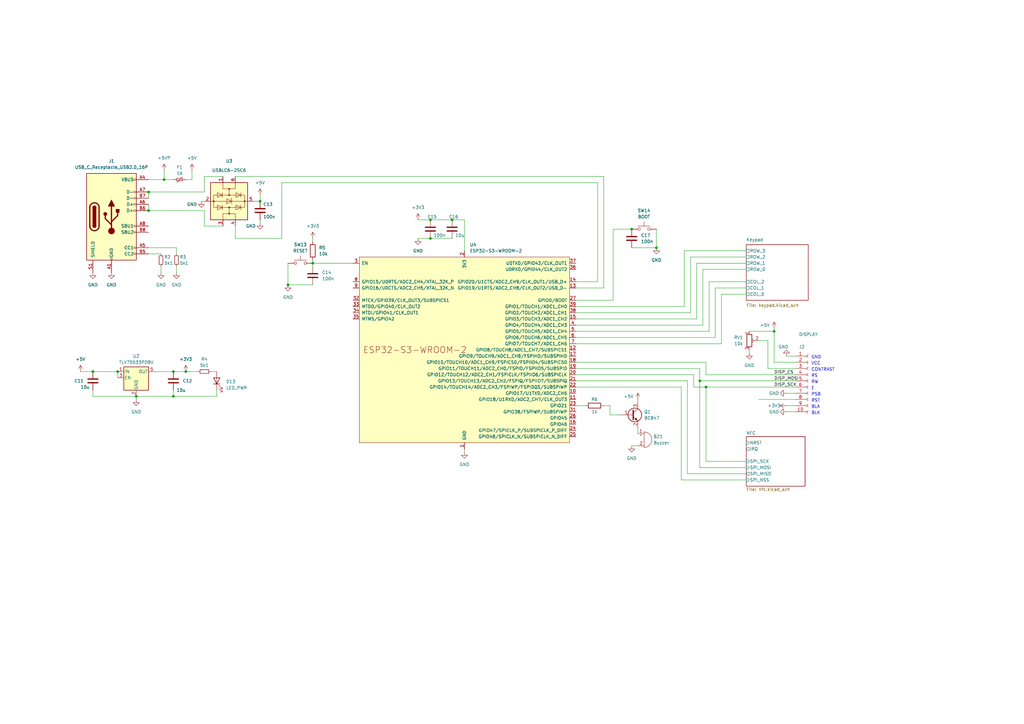
<source format=kicad_sch>
(kicad_sch (version 20230121) (generator eeschema)
  (paper "A3")
  (title_block (title "PortaKred root") (rev "0.1"))
  (lib_symbols
    (symbol "Connector:Conn_01x10_Socket" (pin_names (offset 1.016) hide)
      (property "Reference" "J" (at 0 12.7 0))
      (property "Value" "Conn_01x10_Socket" (at 0 -15.24 0))
      (symbol "Conn_01x10_Socket_1_1"
        (arc (start 0 -12.192) (mid -0.5058 -12.7) (end 0 -13.208) (stroke (width 0.1524)))
        (arc (start 0 -9.652) (mid -0.5058 -10.16) (end 0 -10.668) (stroke (width 0.1524)))
        (arc (start 0 -7.112) (mid -0.5058 -7.62) (end 0 -8.128) (stroke (width 0.1524)))
        (arc (start 0 -4.572) (mid -0.5058 -5.08) (end 0 -5.588) (stroke (width 0.1524)))
        (arc (start 0 -2.032) (mid -0.5058 -2.54) (end 0 -3.048) (stroke (width 0.1524)))
        (polyline (pts (xy -1.27 -12.7) (xy -0.508 -12.7)) (stroke (width 0.1524)))
        (polyline (pts (xy -1.27 -10.16) (xy -0.508 -10.16)) (stroke (width 0.1524)))
        (polyline (pts (xy -1.27 -7.62) (xy -0.508 -7.62)) (stroke (width 0.1524)))
        (polyline (pts (xy -1.27 -5.08) (xy -0.508 -5.08)) (stroke (width 0.1524)))
        (polyline (pts (xy -1.27 -2.54) (xy -0.508 -2.54)) (stroke (width 0.1524)))
        (polyline (pts (xy -1.27 0) (xy -0.508 0)) (stroke (width 0.1524)))
        (polyline (pts (xy -1.27 2.54) (xy -0.508 2.54)) (stroke (width 0.1524)))
        (polyline (pts (xy -1.27 5.08) (xy -0.508 5.08)) (stroke (width 0.1524)))
        (polyline (pts (xy -1.27 7.62) (xy -0.508 7.62)) (stroke (width 0.1524)))
        (polyline (pts (xy -1.27 10.16) (xy -0.508 10.16)) (stroke (width 0.1524)))
        (arc (start 0 0.508) (mid -0.5058 0) (end 0 -0.508) (stroke (width 0.1524)))
        (arc (start 0 3.048) (mid -0.5058 2.54) (end 0 2.032) (stroke (width 0.1524)))
        (arc (start 0 5.588) (mid -0.5058 5.08) (end 0 4.572) (stroke (width 0.1524)))
        (arc (start 0 8.128) (mid -0.5058 7.62) (end 0 7.112) (stroke (width 0.1524)))
        (arc (start 0 10.668) (mid -0.5058 10.16) (end 0 9.652) (stroke (width 0.1524)))
        (pin passive line (at -5.08 10.16 0) (length 3.81) (name "Pin_1") (number "1"))
        (pin passive line (at -5.08 -12.7 0) (length 3.81) (name "Pin_10") (number "10"))
        (pin passive line (at -5.08 7.62 0) (length 3.81) (name "Pin_2") (number "2"))
        (pin passive line (at -5.08 5.08 0) (length 3.81) (name "Pin_3") (number "3"))
        (pin passive line (at -5.08 2.54 0) (length 3.81) (name "Pin_4") (number "4"))
        (pin passive line (at -5.08 0 0) (length 3.81) (name "Pin_5") (number "5"))
        (pin passive line (at -5.08 -2.54 0) (length 3.81) (name "Pin_6") (number "6"))
        (pin passive line (at -5.08 -5.08 0) (length 3.81) (name "Pin_7") (number "7"))
        (pin passive line (at -5.08 -7.62 0) (length 3.81) (name "Pin_8") (number "8"))
        (pin passive line (at -5.08 -10.16 0) (length 3.81) (name "Pin_9") (number "9"))
      )
    )
    (symbol "Connector:USB_C_Receptacle_USB2.0_16P" (pin_names (offset 1.016))
      (property "Reference" "J1" (at 0 22.86 0))
      (property "Value" "USB_C_Receptacle_USB2.0_16P" (at 0 20.32 0))
      (symbol "USB_C_Receptacle_USB2.0_16P_0_0"
        (rectangle (start -0.254 -17.78) (end 0.254 -16.764))
        (rectangle (start 10.16 -14.986) (end 9.144 -15.494))
        (rectangle (start 10.16 -12.446) (end 9.144 -12.954))
        (rectangle (start 10.16 -6.096) (end 9.144 -6.604))
        (rectangle (start 10.16 -3.556) (end 9.144 -4.064))
        (rectangle (start 10.16 2.794) (end 9.144 2.286))
        (rectangle (start 10.16 5.334) (end 9.144 4.826))
        (rectangle (start 10.16 7.874) (end 9.144 7.366))
        (rectangle (start 10.16 10.414) (end 9.144 9.906))
        (rectangle (start 10.16 15.494) (end 9.144 14.986))
      )
      (symbol "USB_C_Receptacle_USB2.0_16P_0_1"
        (rectangle (start -10.16 17.78) (end 10.16 -17.78) (stroke (width 0.254)) (fill (type background)))
        (arc (start -8.89 -3.81) (mid -6.985 -5.7067) (end -5.08 -3.81) (stroke (width 0.508)))
        (arc (start -7.62 -3.81) (mid -6.985 -4.4423) (end -6.35 -3.81) (stroke (width 0.254)))
        (arc (start -7.62 -3.81) (mid -6.985 -4.4423) (end -6.35 -3.81) (stroke (width 0.254)) (fill (type outline)))
        (rectangle (start -7.62 -3.81) (end -6.35 3.81) (stroke (width 0.254)) (fill (type outline)))
        (arc (start -6.35 3.81) (mid -6.985 4.4423) (end -7.62 3.81) (stroke (width 0.254)))
        (arc (start -6.35 3.81) (mid -6.985 4.4423) (end -7.62 3.81) (stroke (width 0.254)) (fill (type outline)))
        (arc (start -5.08 3.81) (mid -6.985 5.7067) (end -8.89 3.81) (stroke (width 0.508)))
        (circle (center -2.54 1.143) (radius 0.635) (stroke (width 0.254)) (fill (type outline)))
        (circle (center 0 -5.842) (radius 1.27) (fill (type outline)))
        (polyline (pts (xy -8.89 -3.81) (xy -8.89 3.81)) (stroke (width 0.508)))
        (polyline (pts (xy -5.08 3.81) (xy -5.08 -3.81)) (stroke (width 0.508)))
        (polyline (pts (xy 0 -5.842) (xy 0 4.318)) (stroke (width 0.508)))
        (polyline (pts (xy 0 -3.302) (xy -2.54 -0.762) (xy -2.54 0.508)) (stroke (width 0.508)))
        (polyline (pts (xy 0 -2.032) (xy 2.54 0.508) (xy 2.54 1.778)) (stroke (width 0.508)))
        (polyline (pts (xy -1.27 4.318) (xy 0 6.858) (xy 1.27 4.318) (xy -1.27 4.318)) (stroke (width 0.254)) (fill (type outline)))
        (rectangle (start 1.905 1.778) (end 3.175 3.048) (stroke (width 0.254)) (fill (type outline)))
      )
      (symbol "USB_C_Receptacle_USB2.0_16P_1_1"
        (pin passive line (at 0 -22.86 90) (length 5.08) (name "GND") (number "A1"))
        (pin passive line (at 0 -22.86 90) (length 5.08) hide (name "GND") (number "A12"))
        (pin passive line (at 15.24 15.24 180) (length 5.08) (name "VBUS") (number "A4"))
        (pin bidirectional line (at 15.24 -12.7 180) (length 5.08) (name "CC1") (number "A5"))
        (pin bidirectional line (at 15.24 5.08 180) (length 5.08) (name "D+") (number "A6"))
        (pin bidirectional line (at 15.24 10.16 180) (length 5.08) (name "D-") (number "A7"))
        (pin bidirectional line (at 15.24 -3.81 180) (length 5.08) (name "SBU1") (number "A8"))
        (pin passive line (at 15.24 15.24 180) (length 5.08) hide (name "VBUS") (number "A9"))
        (pin passive line (at 0 -22.86 90) (length 5.08) hide (name "GND") (number "B1"))
        (pin passive line (at 0 -22.86 90) (length 5.08) hide (name "GND") (number "B12"))
        (pin passive line (at 15.24 15.24 180) (length 5.08) hide (name "VBUS") (number "B4"))
        (pin bidirectional line (at 15.24 -15.24 180) (length 5.08) (name "CC2") (number "B5"))
        (pin bidirectional line (at 15.24 2.54 180) (length 5.08) (name "D+") (number "B6"))
        (pin bidirectional line (at 15.24 7.62 180) (length 5.08) (name "D-") (number "B7"))
        (pin bidirectional line (at 15.24 -6.35 180) (length 5.08) (name "SBU2") (number "B8"))
        (pin passive line (at 15.24 15.24 180) (length 5.08) hide (name "VBUS") (number "B9"))
        (pin passive line (at -7.62 -22.86 90) (length 5.08) (name "SHIELD") (number "S1"))
      )
    )
    (symbol "Device:Buzzer" (pin_names (offset 0.0254) hide)
      (property "Reference" "BZ" (at 3.81 1.27 0))
      (property "Value" "Buzzer" (at 3.81 -1.27 0))
      (symbol "Buzzer_0_1"
        (arc (start 0 -3.175) (mid 3.1612 0) (end 0 3.175))
        (polyline (pts (xy -1.651 1.905) (xy -1.143 1.905)))
        (polyline (pts (xy -1.397 2.159) (xy -1.397 1.651)))
        (polyline (pts (xy 0 3.175) (xy 0 -3.175)))
      )
      (symbol "Buzzer_1_1"
        (pin passive line (at -2.54 2.54 0) (length 2.54) (name "+") (number "1"))
        (pin passive line (at -2.54 -2.54 0) (length 2.54) (name "-") (number "2"))
      )
    )
    (symbol "Device:C" (pin_numbers hide) (pin_names (offset 0.254))
      (property "Reference" "C" (at 0.635 2.54 0))
      (property "Value" "C" (at 0.635 -2.54 0))
      (symbol "C_0_1"
        (polyline (pts (xy -2.032 -0.762) (xy 2.032 -0.762)) (stroke (width 0.508)))
        (polyline (pts (xy -2.032 0.762) (xy 2.032 0.762)) (stroke (width 0.508)))
      )
      (symbol "C_1_1"
        (pin passive line (at 0 3.81 270) (length 2.794) (name "~") (number "1"))
        (pin passive line (at 0 -3.81 90) (length 2.794) (name "~") (number "2"))
      )
    )
    (symbol "Device:LED" (pin_numbers hide) (pin_names (offset 1.016) hide)
      (property "Reference" "D" (at 0 2.54 0))
      (property "Value" "LED" (at 0 -2.54 0))
      (symbol "LED_0_1"
        (polyline (pts (xy -1.27 -1.27) (xy -1.27 1.27)) (stroke (width 0.254)))
        (polyline (pts (xy -1.27 0) (xy 1.27 0)))
        (polyline (pts (xy 1.27 -1.27) (xy 1.27 1.27) (xy -1.27 0) (xy 1.27 -1.27)) (stroke (width 0.254)))
        (polyline (pts (xy -3.048 -0.762) (xy -4.572 -2.286) (xy -3.81 -2.286) (xy -4.572 -2.286) (xy -4.572 -1.524)))
        (polyline (pts (xy -1.778 -0.762) (xy -3.302 -2.286) (xy -2.54 -2.286) (xy -3.302 -2.286) (xy -3.302 -1.524)))
      )
      (symbol "LED_1_1"
        (pin passive line (at -3.81 0 0) (length 2.54) (name "K") (number "1"))
        (pin passive line (at 3.81 0 180) (length 2.54) (name "A") (number "2"))
      )
    )
    (symbol "Device:Polyfuse_Small" (pin_numbers hide) (pin_names (offset 0))
      (property "Reference" "F" (at -1.905 0 90))
      (property "Value" "Polyfuse_Small" (at 1.905 0 90))
      (symbol "Polyfuse_Small_0_1"
        (rectangle (start -0.508 1.27) (end 0.508 -1.27))
        (polyline (pts (xy 0 2.54) (xy 0 -2.54)))
        (polyline (pts (xy -1.016 1.27) (xy -1.016 0.762) (xy 1.016 -0.762) (xy 1.016 -1.27)))
      )
      (symbol "Polyfuse_Small_1_1"
        (pin passive line (at 0 2.54 270) (length 0.635) (name "~") (number "1"))
        (pin passive line (at 0 -2.54 90) (length 0.635) (name "~") (number "2"))
      )
    )
    (symbol "Device:R" (pin_numbers hide) (pin_names (offset 0))
      (property "Reference" "R" (at 2.032 0 90))
      (property "Value" "R" (at 0 0 90))
      (symbol "R_0_1"
        (rectangle (start -1.016 -2.54) (end 1.016 2.54) (stroke (width 0.254)))
      )
      (symbol "R_1_1"
        (pin passive line (at 0 3.81 270) (length 1.27) (name "~") (number "1"))
        (pin passive line (at 0 -3.81 90) (length 1.27) (name "~") (number "2"))
      )
    )
    (symbol "Device:R_Potentiometer_Trim" (pin_names (offset 1.016) hide)
      (property "Reference" "RV" (at -4.445 0 90))
      (property "Value" "R_Potentiometer_Trim" (at -2.54 0 90))
      (symbol "R_Potentiometer_Trim_0_1"
        (polyline (pts (xy 1.524 0.762) (xy 1.524 -0.762)))
        (polyline (pts (xy 2.54 0) (xy 1.524 0)))
        (rectangle (start 1.016 2.54) (end -1.016 -2.54) (stroke (width 0.254)))
      )
      (symbol "R_Potentiometer_Trim_1_1"
        (pin passive line (at 0 3.81 270) (length 1.27) (name "1") (number "1"))
        (pin passive line (at 3.81 0 180) (length 1.27) (name "2") (number "2"))
        (pin passive line (at 0 -3.81 90) (length 1.27) (name "3") (number "3"))
      )
    )
    (symbol "Device:R_Small" (pin_numbers hide) (pin_names (offset 0.254) hide)
      (property "Reference" "R" (at 0.762 0.508 0))
      (property "Value" "R_Small" (at 0.762 -1.016 0))
      (symbol "R_Small_0_1"
        (rectangle (start -0.762 1.778) (end 0.762 -1.778) (stroke (width 0.2032)))
      )
      (symbol "R_Small_1_1"
        (pin passive line (at 0 2.54 270) (length 0.762) (name "~") (number "1"))
        (pin passive line (at 0 -2.54 90) (length 0.762) (name "~") (number "2"))
      )
    )
    (symbol "PCM_Espressif:ESP32-S3-WROOM-2" (pin_names (offset 1.016))
      (property "Reference" "U" (at -43.18 43.18 0))
      (property "Value" "ESP32-S3-WROOM-2" (at -43.18 40.64 0))
      (symbol "ESP32-S3-WROOM-2_0_0"
        (text "ESP32-S3-WROOM-2" (at -20.32 0 0) (effects (font (size 2.54 2.54))))
        (pin power_in line (at 0 -40.64 90) (length 2.54) (name "GND") (number "1"))
        (pin bidirectional line (at 45.72 -17.78 180) (length 2.54) (name "GPIO17/U1TXD/ADC2_CH6") (number "10"))
        (pin bidirectional line (at 45.72 -20.32 180) (length 2.54) (name "GPIO18/U1RXD/ADC2_CH7/CLK_OUT3") (number "11"))
        (pin bidirectional line (at 45.72 0 180) (length 2.54) (name "GPIO8/TOUCH8/ADC1_CH7/SUBSPICS1") (number "12"))
        (pin bidirectional line (at 45.72 25.4 180) (length 2.54) (name "GPIO19/U1RTS/ADC2_CH8/CLK_OUT2/USB_D-") (number "13"))
        (pin bidirectional line (at 45.72 27.94 180) (length 2.54) (name "GPIO20/U1CTS/ADC2_CH9/CLK_OUT1/USB_D+") (number "14"))
        (pin bidirectional line (at 45.72 12.7 180) (length 2.54) (name "GPIO3/TOUCH3/ADC1_CH2") (number "15"))
        (pin bidirectional line (at 45.72 -30.48 180) (length 2.54) (name "GPIO46") (number "16"))
        (pin bidirectional line (at 45.72 -2.54 180) (length 2.54) (name "GPIO9/TOUCH9/ADC1_CH8/FSPIHD/SUBSPIHD") (number "17"))
        (pin bidirectional line (at 45.72 -5.08 180) (length 2.54) (name "GPIO10/TOUCH10/ADC1_CH9/FSPICS0/FSPIIO4/SUBSPICS0") (number "18"))
        (pin bidirectional line (at 45.72 -7.62 180) (length 2.54) (name "GPIO11/TOUCH11/ADC2_CH0/FSPID/FSPIIO5/SUBSPID") (number "19"))
        (pin power_in line (at 0 40.64 270) (length 2.54) (name "3V3") (number "2"))
        (pin bidirectional line (at 45.72 -10.16 180) (length 2.54) (name "GPIO12/TOUCH12/ADC2_CH1/FSPICLK/FSPIIO6/SUBSPICLK") (number "20"))
        (pin bidirectional line (at 45.72 -12.7 180) (length 2.54) (name "GPIO13/TOUCH13/ADC2_CH2/FSPIQ/FSPIIO7/SUBSPIQ") (number "21"))
        (pin bidirectional line (at 45.72 -15.24 180) (length 2.54) (name "GPIO14/TOUCH14/ADC2_CH3/FSPIWP/FSPIDQS/SUBSPIWP") (number "22"))
        (pin bidirectional line (at 45.72 -22.86 180) (length 2.54) (name "GPIO21") (number "23"))
        (pin bidirectional line (at 45.72 -33.02 180) (length 2.54) (name "GPIO47/SPICLK_P/SUBSPICLK_P_DIFF") (number "24"))
        (pin bidirectional line (at 45.72 -35.56 180) (length 2.54) (name "GPIO48/SPICLK_N/SUBSPICLK_N_DIFF") (number "25"))
        (pin bidirectional line (at 45.72 -27.94 180) (length 2.54) (name "GPIO45") (number "26"))
        (pin bidirectional line (at 45.72 20.32 180) (length 2.54) (name "GPIO0/BOOT") (number "27"))
        (pin no_connect line (at -43.18 -35.56 0) (length 2.54) hide (name "NC") (number "28"))
        (pin no_connect line (at -43.18 -33.02 0) (length 2.54) hide (name "NC") (number "29"))
        (pin input line (at -45.72 35.56 0) (length 2.54) (name "EN") (number "3"))
        (pin no_connect line (at -43.18 -30.48 0) (length 2.54) hide (name "NC") (number "30"))
        (pin bidirectional line (at 45.72 -25.4 180) (length 2.54) (name "GPIO38/FSPIWP/SUBSPIWP") (number "31"))
        (pin bidirectional line (at -45.72 20.32 0) (length 2.54) (name "MTCK/GPIO39/CLK_OUT3/SUBSPICS1") (number "32"))
        (pin bidirectional line (at -45.72 17.78 0) (length 2.54) (name "MTDO/GPIO40/CLK_OUT2") (number "33"))
        (pin bidirectional line (at -45.72 15.24 0) (length 2.54) (name "MTDI/GPIO41/CLK_OUT1") (number "34"))
        (pin bidirectional line (at -45.72 12.7 0) (length 2.54) (name "MTMS/GPIO42") (number "35"))
        (pin bidirectional line (at 45.72 33.02 180) (length 2.54) (name "U0RXD/GPIO44/CLK_OUT2") (number "36"))
        (pin bidirectional line (at 45.72 35.56 180) (length 2.54) (name "U0TXD/GPIO43/CLK_OUT1") (number "37"))
        (pin bidirectional line (at 45.72 15.24 180) (length 2.54) (name "GPIO2/TOUCH2/ADC1_CH1") (number "38"))
        (pin bidirectional line (at 45.72 17.78 180) (length 2.54) (name "GPIO1/TOUCH1/ADC1_CH0") (number "39"))
        (pin bidirectional line (at 45.72 10.16 180) (length 2.54) (name "GPIO4/TOUCH4/ADC1_CH3") (number "4"))
        (pin passive line (at 0 -40.64 90) (length 2.54) hide (name "GND") (number "40"))
        (pin passive line (at 0 -40.64 90) (length 2.54) hide (name "GND") (number "41"))
        (pin bidirectional line (at 45.72 7.62 180) (length 2.54) (name "GPIO5/TOUCH5/ADC1_CH4") (number "5"))
        (pin bidirectional line (at 45.72 5.08 180) (length 2.54) (name "GPIO6/TOUCH6/ADC1_CH5") (number "6"))
        (pin bidirectional line (at 45.72 2.54 180) (length 2.54) (name "GPIO7/TOUCH7/ADC1_CH6") (number "7"))
        (pin bidirectional line (at -45.72 27.94 0) (length 2.54) (name "GPIO15/U0RTS/ADC2_CH4/XTAL_32K_P") (number "8"))
        (pin bidirectional line (at -45.72 25.4 0) (length 2.54) (name "GPIO16/U0CTS/ADC2_CH5/XTAL_32K_N") (number "9"))
      )
      (symbol "ESP32-S3-WROOM-2_0_1"
        (rectangle (start -43.18 38.1) (end 43.18 -38.1) (fill (type background)))
      )
    )
    (symbol "Power_Protection:USBLC6-2SC6" (pin_names hide)
      (property "Reference" "U" (at 2.54 8.89 0))
      (property "Value" "USBLC6-2SC6" (at 2.54 -8.89 0))
      (symbol "USBLC6-2SC6_0_1"
        (rectangle (start -7.62 -7.62) (end 7.62 7.62) (stroke (width 0.254)) (fill (type background)))
        (circle (center -5.08 0) (radius 0.254) (fill (type outline)))
        (circle (center -2.54 0) (radius 0.254) (fill (type outline)))
        (rectangle (start -2.54 6.35) (end 2.54 -6.35))
        (circle (center 0 -6.35) (radius 0.254) (fill (type outline)))
        (polyline (pts (xy -5.08 -2.54) (xy -7.62 -2.54)))
        (polyline (pts (xy -5.08 0) (xy -5.08 -2.54)))
        (polyline (pts (xy -5.08 2.54) (xy -7.62 2.54)))
        (polyline (pts (xy -1.524 -2.794) (xy -3.556 -2.794)))
        (polyline (pts (xy -1.524 4.826) (xy -3.556 4.826)))
        (polyline (pts (xy 0 -7.62) (xy 0 -6.35)))
        (polyline (pts (xy 0 -6.35) (xy 0 1.27)))
        (polyline (pts (xy 0 1.27) (xy 0 6.35)))
        (polyline (pts (xy 0 6.35) (xy 0 7.62)))
        (polyline (pts (xy 1.524 -2.794) (xy 3.556 -2.794)))
        (polyline (pts (xy 1.524 4.826) (xy 3.556 4.826)))
        (polyline (pts (xy 5.08 -2.54) (xy 7.62 -2.54)))
        (polyline (pts (xy 5.08 0) (xy 5.08 -2.54)))
        (polyline (pts (xy 5.08 2.54) (xy 7.62 2.54)))
        (polyline (pts (xy -2.54 0) (xy -5.08 0) (xy -5.08 2.54)))
        (polyline (pts (xy 2.54 0) (xy 5.08 0) (xy 5.08 2.54)))
        (polyline (pts (xy -3.556 -4.826) (xy -1.524 -4.826) (xy -2.54 -2.794) (xy -3.556 -4.826)))
        (polyline (pts (xy -3.556 2.794) (xy -1.524 2.794) (xy -2.54 4.826) (xy -3.556 2.794)))
        (polyline (pts (xy -1.016 -1.016) (xy 1.016 -1.016) (xy 0 1.016) (xy -1.016 -1.016)))
        (polyline (pts (xy 1.016 1.016) (xy 0.762 1.016) (xy -1.016 1.016) (xy -1.016 0.508)))
        (polyline (pts (xy 3.556 -4.826) (xy 1.524 -4.826) (xy 2.54 -2.794) (xy 3.556 -4.826)))
        (polyline (pts (xy 3.556 2.794) (xy 1.524 2.794) (xy 2.54 4.826) (xy 3.556 2.794)))
        (circle (center 0 6.35) (radius 0.254) (fill (type outline)))
        (circle (center 2.54 0) (radius 0.254) (fill (type outline)))
        (circle (center 5.08 0) (radius 0.254) (fill (type outline)))
      )
      (symbol "USBLC6-2SC6_1_1"
        (pin passive line (at -10.16 -2.54 0) (length 2.54) (name "I/O1") (number "1"))
        (pin passive line (at 0 -10.16 90) (length 2.54) (name "GND") (number "2"))
        (pin passive line (at 10.16 -2.54 180) (length 2.54) (name "I/O2") (number "3"))
        (pin passive line (at 10.16 2.54 180) (length 2.54) (name "I/O2") (number "4"))
        (pin passive line (at 0 10.16 270) (length 2.54) (name "VBUS") (number "5"))
        (pin passive line (at -10.16 2.54 0) (length 2.54) (name "I/O1") (number "6"))
      )
    )
    (symbol "Regulator_Linear:TLV75533PDBV" (pin_names (offset 0.254))
      (property "Reference" "U" (at -3.81 5.715 0))
      (property "Value" "TLV75533PDBV" (at 0 5.715 0))
      (symbol "TLV75533PDBV_0_1"
        (rectangle (start -5.08 4.445) (end 5.08 -5.08) (stroke (width 0.254)) (fill (type background)))
      )
      (symbol "TLV75533PDBV_1_1"
        (pin power_in line (at -7.62 2.54 0) (length 2.54) (name "IN") (number "1"))
        (pin power_in line (at 0 -7.62 90) (length 2.54) (name "GND") (number "2"))
        (pin input line (at -7.62 0 0) (length 2.54) (name "EN") (number "3"))
        (pin no_connect line (at 5.08 0 180) (length 2.54) hide (name "NC") (number "4"))
        (pin power_out line (at 7.62 2.54 180) (length 2.54) (name "OUT") (number "5"))
      )
    )
    (symbol "Switch:SW_Push" (pin_numbers hide) (pin_names (offset 1.016) hide)
      (property "Reference" "SW" (at 1.27 2.54 0))
      (property "Value" "SW_Push" (at 0 -1.524 0))
      (symbol "SW_Push_0_1"
        (circle (center -2.032 0) (radius 0.508))
        (polyline (pts (xy 0 1.27) (xy 0 3.048)))
        (polyline (pts (xy 2.54 1.27) (xy -2.54 1.27)))
        (circle (center 2.032 0) (radius 0.508))
        (pin passive line (at -5.08 0 0) (length 2.54) (name "1") (number "1"))
        (pin passive line (at 5.08 0 180) (length 2.54) (name "2") (number "2"))
      )
    )
    (symbol "Transistor_BJT:BC847" (pin_names (offset 0) hide)
      (property "Reference" "Q" (at 5.08 1.905 0))
      (property "Value" "BC847" (at 5.08 0 0))
      (symbol "BC847_0_1"
        (polyline (pts (xy 0.635 0.635) (xy 2.54 2.54)))
        (polyline (pts (xy 0.635 -0.635) (xy 2.54 -2.54) (xy 2.54 -2.54)))
        (polyline (pts (xy 0.635 1.905) (xy 0.635 -1.905) (xy 0.635 -1.905)) (stroke (width 0.508)))
        (polyline (pts (xy 1.27 -1.778) (xy 1.778 -1.27) (xy 2.286 -2.286) (xy 1.27 -1.778) (xy 1.27 -1.778)) (fill (type outline)))
        (circle (center 1.27 0) (radius 2.8194) (stroke (width 0.254)))
      )
      (symbol "BC847_1_1"
        (pin input line (at -5.08 0 0) (length 5.715) (name "B") (number "1"))
        (pin passive line (at 2.54 -5.08 90) (length 2.54) (name "E") (number "2"))
        (pin passive line (at 2.54 5.08 270) (length 2.54) (name "C") (number "3"))
      )
    )
    (symbol "power:+3V3" (power) (pin_names (offset 0))
      (property "Value" "+3V3" (at 0 3.556 0))
      (symbol "+3V3_0_1"
        (polyline (pts (xy -0.762 1.27) (xy 0 2.54)))
        (polyline (pts (xy 0 0) (xy 0 2.54)))
        (polyline (pts (xy 0 2.54) (xy 0.762 1.27)))
      )
      (symbol "+3V3_1_1"
        (pin power_in line (at 0 0 90) (length 0) hide (name "+3V3") (number "1"))
      )
    )
    (symbol "power:+5V" (power) (pin_names (offset 0))
      (property "Value" "+5V" (at 0 3.556 0))
      (symbol "+5V_0_1"
        (polyline (pts (xy -0.762 1.27) (xy 0 2.54)))
        (polyline (pts (xy 0 0) (xy 0 2.54)))
        (polyline (pts (xy 0 2.54) (xy 0.762 1.27)))
      )
      (symbol "+5V_1_1"
        (pin power_in line (at 0 0 90) (length 0) hide (name "+5V") (number "1"))
      )
    )
    (symbol "power:+5VP" (power) (pin_names (offset 0))
      (property "Value" "+5VP" (at 0 3.556 0))
      (symbol "+5VP_0_1"
        (polyline (pts (xy -0.762 1.27) (xy 0 2.54)))
        (polyline (pts (xy 0 0) (xy 0 2.54)))
        (polyline (pts (xy 0 2.54) (xy 0.762 1.27)))
      )
      (symbol "+5VP_1_1"
        (pin power_in line (at 0 0 90) (length 0) hide (name "+5VP") (number "1"))
      )
    )
    (symbol "power:GND" (power) (pin_names (offset 0))
      (property "Value" "GND" (at 0 -3.81 0))
      (symbol "GND_0_1"
        (polyline (pts (xy 0 0) (xy 0 -1.27) (xy 1.27 -1.27) (xy 0 -2.54) (xy -1.27 -1.27) (xy 0 -1.27)))
      )
      (symbol "GND_1_1"
        (pin power_in line (at 0 0 270) (length 0) hide (name "GND") (number "1"))
      )
    )
  )
  (junction (at 60.96 78.74))
  (junction (at 176.53 90.17))
  (junction (at 118.11 116.84))
  (junction (at 128.27 107.95))
  (junction (at 67.31 73.66))
  (junction (at 185.42 90.17))
  (junction (at 317.5 135.89))
  (junction (at 259.08 93.98))
  (junction (at 71.12 162.56))
  (junction (at 176.53 97.79))
  (junction (at 55.88 162.56))
  (junction (at 60.96 86.36))
  (junction (at 269.24 101.6))
  (junction (at 38.1 152.4))
  (junction (at 106.68 82.55))
  (junction (at 48.26 152.4))
  (junction (at 287.02 156.21))
  (junction (at 71.12 152.4))
  (junction (at 289.56 158.75))
  (junction (at 76.2 152.4))
  (wire (pts (xy 185.42 90.17) (xy 176.53 90.17)))
  (wire (pts (xy 190.5 102.87) (xy 190.5 90.17)))
  (wire (pts (xy 289.56 189.23) (xy 289.56 158.75)))
  (wire (pts (xy 128.27 97.79) (xy 128.27 99.06)))
  (wire (pts (xy 245.11 74.93) (xy 245.11 115.57)))
  (wire (pts (xy 307.34 135.89) (xy 317.5 135.89)))
  (wire (pts (xy 128.27 106.68) (xy 128.27 107.95)))
  (wire (pts (xy 284.48 153.67) (xy 284.48 158.75)))
  (wire (pts (xy 106.68 82.55) (xy 106.68 80.01)))
  (wire (pts (xy 83.82 92.71) (xy 83.82 86.36)))
  (wire (pts (xy 288.29 133.35) (xy 288.29 110.49)))
  (wire (pts (xy 289.56 189.23) (xy 306.07 189.23)))
  (wire (pts (xy 281.94 156.21) (xy 281.94 194.31)))
  (wire (pts (xy 236.22 133.35) (xy 288.29 133.35)))
  (wire (pts (xy 91.44 92.71) (xy 83.82 92.71)))
  (wire (pts (xy 293.37 118.11) (xy 306.07 118.11)))
  (wire (pts (xy 240.03 166.37) (xy 236.22 166.37)))
  (wire (pts (xy 247.65 118.11) (xy 236.22 118.11)))
  (wire (pts (xy 311.15 163.83) (xy 326.39 163.83)))
  (wire (pts (xy 88.9 160.02) (xy 88.9 162.56)))
  (wire (pts (xy 285.75 130.81) (xy 285.75 107.95)))
  (wire (pts (xy 66.04 109.22) (xy 66.04 111.76)))
  (wire (pts (xy 236.22 140.97) (xy 295.91 140.97)))
  (wire (pts (xy 190.5 90.17) (xy 185.42 90.17)))
  (wire (pts (xy 60.96 73.66) (xy 67.31 73.66)))
  (wire (pts (xy 326.39 148.59) (xy 317.5 148.59)))
  (wire (pts (xy 283.21 128.27) (xy 283.21 105.41)))
  (wire (pts (xy 60.96 101.6) (xy 72.39 101.6)))
  (wire (pts (xy 171.45 90.17) (xy 176.53 90.17)))
  (wire (pts (xy 287.02 191.77) (xy 306.07 191.77)))
  (wire (pts (xy 288.29 110.49) (xy 306.07 110.49)))
  (wire (pts (xy 55.88 163.83) (xy 55.88 162.56)))
  (wire (pts (xy 269.24 93.98) (xy 269.24 101.6)))
  (wire (pts (xy 76.2 152.4) (xy 71.12 152.4)))
  (wire (pts (xy 281.94 194.31) (xy 306.07 194.31)))
  (wire (pts (xy 128.27 107.95) (xy 128.27 109.22)))
  (wire (pts (xy 60.96 78.74) (xy 60.96 81.28)))
  (wire (pts (xy 67.31 73.66) (xy 71.12 73.66)))
  (wire (pts (xy 71.12 162.56) (xy 55.88 162.56)))
  (wire (pts (xy 83.82 86.36) (xy 60.96 86.36)))
  (wire (pts (xy 259.08 182.88) (xy 261.62 182.88)))
  (wire (pts (xy 317.5 135.89) (xy 317.5 148.59)))
  (wire (pts (xy 236.22 156.21) (xy 281.94 156.21)))
  (wire (pts (xy 251.46 123.19) (xy 236.22 123.19)))
  (wire (pts (xy 96.52 72.39) (xy 247.65 72.39)))
  (wire (pts (xy 311.15 139.7) (xy 314.96 139.7)))
  (wire (pts (xy 236.22 148.59) (xy 289.56 148.59)))
  (wire (pts (xy 38.1 152.4) (xy 48.26 152.4)))
  (wire (pts (xy 106.68 91.44) (xy 106.68 90.17)))
  (wire (pts (xy 83.82 78.74) (xy 60.96 78.74)))
  (wire (pts (xy 254 170.18) (xy 250.19 170.18)))
  (wire (pts (xy 290.83 135.89) (xy 290.83 115.57)))
  (wire (pts (xy 279.4 196.85) (xy 306.07 196.85)))
  (wire (pts (xy 63.5 152.4) (xy 71.12 152.4)))
  (wire (pts (xy 91.44 72.39) (xy 83.82 72.39)))
  (wire (pts (xy 322.58 146.05) (xy 326.39 146.05)))
  (wire (pts (xy 38.1 162.56) (xy 55.88 162.56)))
  (wire (pts (xy 317.5 134.62) (xy 317.5 135.89)))
  (wire (pts (xy 171.45 97.79) (xy 176.53 97.79)))
  (wire (pts (xy 261.62 177.8) (xy 261.62 175.26)))
  (wire (pts (xy 83.82 72.39) (xy 83.82 78.74)))
  (wire (pts (xy 115.57 74.93) (xy 245.11 74.93)))
  (wire (pts (xy 322.58 166.37) (xy 326.39 166.37)))
  (wire (pts (xy 71.12 160.02) (xy 71.12 162.56)))
  (wire (pts (xy 289.56 148.59) (xy 289.56 153.67)))
  (wire (pts (xy 280.67 125.73) (xy 280.67 102.87)))
  (wire (pts (xy 60.96 83.82) (xy 60.96 86.36)))
  (wire (pts (xy 78.74 69.85) (xy 78.74 73.66)))
  (wire (pts (xy 247.65 72.39) (xy 247.65 118.11)))
  (wire (pts (xy 287.02 151.13) (xy 287.02 156.21)))
  (wire (pts (xy 251.46 93.98) (xy 259.08 93.98)))
  (wire (pts (xy 293.37 138.43) (xy 293.37 118.11)))
  (wire (pts (xy 251.46 93.98) (xy 251.46 123.19)))
  (wire (pts (xy 236.22 135.89) (xy 290.83 135.89)))
  (wire (pts (xy 82.55 82.55) (xy 83.82 82.55)))
  (wire (pts (xy 48.26 152.4) (xy 48.26 154.94)))
  (wire (pts (xy 71.12 162.56) (xy 88.9 162.56)))
  (wire (pts (xy 284.48 158.75) (xy 289.56 158.75)))
  (wire (pts (xy 280.67 102.87) (xy 306.07 102.87)))
  (wire (pts (xy 295.91 120.65) (xy 306.07 120.65)))
  (wire (pts (xy 67.31 69.85) (xy 67.31 73.66)))
  (wire (pts (xy 78.74 73.66) (xy 76.2 73.66)))
  (wire (pts (xy 236.22 128.27) (xy 283.21 128.27)))
  (wire (pts (xy 96.52 97.79) (xy 115.57 97.79)))
  (wire (pts (xy 261.62 163.83) (xy 261.62 165.1)))
  (wire (pts (xy 86.36 152.4) (xy 88.9 152.4)))
  (wire (pts (xy 289.56 158.75) (xy 326.39 158.75)))
  (wire (pts (xy 285.75 107.95) (xy 306.07 107.95)))
  (wire (pts (xy 118.11 107.95) (xy 118.11 116.84)))
  (wire (pts (xy 250.19 166.37) (xy 247.65 166.37)))
  (wire (pts (xy 279.4 196.85) (xy 279.4 158.75)))
  (wire (pts (xy 287.02 156.21) (xy 287.02 191.77)))
  (wire (pts (xy 289.56 153.67) (xy 326.39 153.67)))
  (wire (pts (xy 283.21 105.41) (xy 306.07 105.41)))
  (wire (pts (xy 118.11 116.84) (xy 128.27 116.84)))
  (wire (pts (xy 290.83 115.57) (xy 306.07 115.57)))
  (wire (pts (xy 176.53 97.79) (xy 185.42 97.79)))
  (wire (pts (xy 60.96 104.14) (xy 66.04 104.14)))
  (wire (pts (xy 236.22 153.67) (xy 284.48 153.67)))
  (wire (pts (xy 115.57 97.79) (xy 115.57 74.93)))
  (wire (pts (xy 33.02 152.4) (xy 38.1 152.4)))
  (wire (pts (xy 236.22 125.73) (xy 280.67 125.73)))
  (wire (pts (xy 76.2 152.4) (xy 81.28 152.4)))
  (wire (pts (xy 104.14 82.55) (xy 106.68 82.55)))
  (wire (pts (xy 144.78 107.95) (xy 128.27 107.95)))
  (wire (pts (xy 250.19 170.18) (xy 250.19 166.37)))
  (wire (pts (xy 322.58 161.29) (xy 326.39 161.29)))
  (wire (pts (xy 72.39 109.22) (xy 72.39 111.76)))
  (wire (pts (xy 307.34 143.51) (xy 307.34 144.78)))
  (wire (pts (xy 287.02 156.21) (xy 326.39 156.21)))
  (wire (pts (xy 236.22 138.43) (xy 293.37 138.43)))
  (wire (pts (xy 72.39 101.6) (xy 72.39 104.14)))
  (wire (pts (xy 236.22 151.13) (xy 287.02 151.13)))
  (wire (pts (xy 314.96 139.7) (xy 314.96 151.13)))
  (wire (pts (xy 322.58 168.91) (xy 326.39 168.91)))
  (wire (pts (xy 96.52 97.79) (xy 96.52 92.71)))
  (wire (pts (xy 236.22 130.81) (xy 285.75 130.81)))
  (wire (pts (xy 190.5 185.42) (xy 190.5 184.15)))
  (wire (pts (xy 38.1 160.02) (xy 38.1 162.56)))
  (wire (pts (xy 279.4 158.75) (xy 236.22 158.75)))
  (wire (pts (xy 314.96 151.13) (xy 326.39 151.13)))
  (wire (pts (xy 269.24 101.6) (xy 259.08 101.6)))
  (wire (pts (xy 295.91 140.97) (xy 295.91 120.65)))
  (wire (pts (xy 245.11 115.57) (xy 236.22 115.57)))
  (text "GND" (at 332.74 147.32 0) (effects (font (size 1.27 1.27)) (justify left bottom)))
  (text "BLA" (at 332.74 167.64 0) (effects (font (size 1.27 1.27)) (justify left bottom)))
  (text "RW" (at 332.74 157.48 0) (effects (font (size 1.27 1.27)) (justify left bottom)))
  (text "RST" (at 332.74 165.1 0) (effects (font (size 1.27 1.27)) (justify left bottom)))
  (text "VCC\n" (at 332.74 149.86 0) (effects (font (size 1.27 1.27)) (justify left bottom)))
  (text "RS" (at 332.74 154.94 0) (effects (font (size 1.27 1.27)) (justify left bottom)))
  (text "E" (at 332.74 160.02 0) (effects (font (size 1.27 1.27)) (justify left bottom)))
  (text "PSB" (at 332.74 162.56 0) (effects (font (size 1.27 1.27)) (justify left bottom)))
  (text "BLK" (at 332.74 170.18 0) (effects (font (size 1.27 1.27)) (justify left bottom)))
  (text "CONTRAST" (at 332.74 152.4 0) (effects (font (size 1.27 1.27)) (justify left bottom)))
  (label "DISP_SCK" (at 317.5 158.75 0))
  (label "DISP_CS" (at 317.5 153.67 0))
  (label "DISP_MOSI" (at 317.5 156.21 0))
  (symbol (lib_id "power:GND") (at 307.34 144.78 0) (unit 1)
    (property "Reference" "#PWR031" (effects hide))
    (property "Value" "GND" (at 307.34 149.86 0))
  )
  (symbol (lib_id "Switch:SW_Push") (at 123.19 107.95 0) (unit 1)
    (property "Reference" "SW13" (at 123.19 100.33 0))
    (property "Value" "RESET" (at 123.19 102.87 0))
  )
  (symbol (lib_id "Device:Buzzer") (at 264.16 180.34 0) (unit 1)
    (property "Reference" "BZ1" (at 267.97 179.07 0) (effects (justify left)))
    (property "Value" "Buzzer" (at 267.97 181.61 0) (effects (justify left)))
    (property "Footprint" "Buzzer_Beeper:Buzzer_15x7.5RM7.6" (effects hide))
  )
  (symbol (lib_id "power:GND") (at 269.24 101.6 0) (unit 1)
    (property "Reference" "#PWR028" (effects hide))
    (property "Value" "GND" (at 269.24 106.68 0))
  )
  (symbol (lib_id "power:+5V") (at 317.5 134.62 0) (unit 1)
    (property "Reference" "#PWR030" (effects hide))
    (property "Value" "+5V" (at 313.69 133.35 0))
  )
  (symbol (lib_id "power:+3V3") (at 76.2 152.4 0) (unit 1)
    (property "Reference" "#PWR018" (effects hide))
    (property "Value" "+3V3" (at 76.2 147.32 0))
  )
  (symbol (lib_id "Switch:SW_Push") (at 264.16 93.98 0) (unit 1)
    (property "Reference" "SW14" (at 264.16 86.36 0))
    (property "Value" "BOOT" (at 264.16 88.9 0))
  )
  (symbol (lib_id "Device:R_Potentiometer_Trim") (at 307.34 139.7 0) (unit 1)
    (property "Reference" "RV1" (at 304.8 138.43 0) (effects (justify right)))
    (property "Value" "10k" (at 304.8 140.97 0) (effects (justify right)))
  )
  (symbol (lib_id "power:GND") (at 72.39 111.76 0) (unit 1)
    (property "Reference" "#PWR017" (effects hide))
    (property "Value" "GND" (at 72.39 116.84 0))
  )
  (symbol (lib_id "power:GND") (at 322.58 168.91 270) (unit 1)
    (property "Reference" "#PWR033" (effects hide))
    (property "Value" "GND" (at 317.5 168.91 90))
  )
  (symbol (lib_id "Device:C") (at 176.53 93.98 0) (unit 1)
    (property "Reference" "C15" (at 175.26 88.9 0) (effects (justify left)))
    (property "Value" "100n" (at 177.8 96.52 0) (effects (justify left)))
  )
  (symbol (lib_id "power:+3V3") (at 322.58 166.37 90) (unit 1)
    (property "Reference" "#PWR032" (effects hide))
    (property "Value" "+3V3" (at 317.5 166.37 90))
  )
  (symbol (lib_id "Device:C") (at 106.68 86.36 0) (unit 1)
    (property "Reference" "C13" (at 107.95 83.82 0) (effects (justify left)))
    (property "Value" "100n" (at 107.95 88.9 0) (effects (justify left)))
  )
  (symbol (lib_id "Device:C") (at 71.12 156.21 0) (unit 1)
    (property "Reference" "C12" (at 74.93 156.21 0) (effects (justify left)))
    (property "Value" "10u" (at 72.39 160.02 0) (effects (justify left)))
  )
  (symbol (lib_id "PCM_Espressif:ESP32-S3-WROOM-2") (at 190.5 143.51 0) (unit 1)
    (property "Reference" "U4" (at 192.6941 100.33 0) (effects (justify left)))
    (property "Value" "ESP32-S3-WROOM-2" (at 192.6941 102.87 0) (effects (justify left)))
    (property "Footprint" "PCM_Espressif:ESP32-S3-WROOM-2" (effects hide))
    (property "Datasheet" "https://www.espressif.com/sites/default/files/documentation/esp32-s3-wroom-2_datasheet_en.pdf" (effects hide))
  )
  (symbol (lib_id "power:GND") (at 259.08 182.88 0) (unit 1)
    (property "Reference" "#PWR035" (effects hide))
    (property "Value" "GND" (at 259.08 187.96 0))
  )
  (symbol (lib_id "Connector:Conn_01x10_Socket") (at 331.47 156.21 0) (unit 1)
    (property "Reference" "J2" (at 327.66 142.24 0) (effects (justify left)))
    (property "Value" "DISPLAY" (at 327.66 137.16 0) (effects (justify left)))
  )
  (symbol (lib_id "power:+5V") (at 261.62 163.83 0) (unit 1)
    (property "Reference" "#PWR036" (effects hide))
    (property "Value" "+5V" (at 257.81 162.56 0))
  )
  (symbol (lib_id "power:+5V") (at 106.68 80.01 0) (unit 1)
    (property "Reference" "#PWR021" (effects hide))
    (property "Value" "+5V" (at 106.68 74.93 0))
  )
  (symbol (lib_id "power:+5V") (at 33.02 152.4 0) (unit 1)
    (property "Reference" "#PWR011" (effects hide))
    (property "Value" "+5V" (at 33.02 147.32 0))
  )
  (symbol (lib_id "power:GND") (at 66.04 111.76 0) (unit 1)
    (property "Reference" "#PWR015" (effects hide))
    (property "Value" "GND" (at 66.04 116.84 0))
  )
  (symbol (lib_id "power:GND") (at 322.58 161.29 270) (unit 1)
    (property "Reference" "#PWR034" (effects hide))
    (property "Value" "GND" (at 317.5 161.29 90))
  )
  (symbol (lib_id "Device:Polyfuse_Small") (at 73.66 73.66 90) (unit 1)
    (property "Reference" "F1" (at 73.66 68.58 90))
    (property "Value" "1A" (at 73.66 71.12 90))
  )
  (symbol (lib_id "power:GND") (at 190.5 185.42 0) (unit 1)
    (property "Reference" "#PWR027" (effects hide))
    (property "Value" "GND" (at 190.5 190.5 0))
  )
  (symbol (lib_id "power:GND") (at 118.11 116.84 0) (unit 1)
    (property "Reference" "#PWR023" (effects hide))
    (property "Value" "GND" (at 118.11 121.92 0))
  )
  (symbol (lib_id "power:GND") (at 106.68 91.44 0) (unit 1)
    (property "Reference" "#PWR022" (effects hide))
    (property "Value" "GND" (at 102.87 92.71 0))
  )
  (symbol (lib_id "Device:LED") (at 88.9 156.21 90) (unit 1)
    (property "Reference" "D13" (at 92.71 156.5275 90) (effects (justify right)))
    (property "Value" "LED_PWR" (at 92.71 159.0675 90) (effects (justify right)))
  )
  (symbol (lib_id "Device:C") (at 38.1 156.21 0) (unit 1)
    (property "Reference" "C11" (at 30.48 156.21 0) (effects (justify left)))
    (property "Value" "10u" (at 33.02 158.75 0) (effects (justify left)))
  )
  (symbol (lib_id "power:GND") (at 322.58 146.05 180) (unit 1)
    (property "Reference" "#PWR029" (effects hide))
    (property "Value" "GND" (at 321.31 142.24 0))
  )
  (symbol (lib_id "Device:C") (at 128.27 113.03 0) (unit 1)
    (property "Reference" "C14" (at 132.08 111.76 0) (effects (justify left)))
    (property "Value" "100n" (at 132.08 114.3 0) (effects (justify left)))
  )
  (symbol (lib_id "power:GND") (at 82.55 82.55 0) (unit 1)
    (property "Reference" "#PWR020" (effects hide))
    (property "Value" "GND" (at 78.74 83.82 0))
  )
  (symbol (lib_id "power:GND") (at 55.88 163.83 0) (unit 1)
    (property "Reference" "#PWR014" (effects hide))
    (property "Value" "GND" (at 55.88 168.91 0))
  )
  (symbol (lib_id "power:GND") (at 38.1 111.76 0) (unit 1)
    (property "Reference" "#PWR012" (effects hide))
    (property "Value" "GND" (at 38.1 116.84 0))
  )
  (symbol (lib_id "power:+5V") (at 78.74 69.85 0) (unit 1)
    (property "Reference" "#PWR019" (effects hide))
    (property "Value" "+5V" (at 78.74 64.77 0))
  )
  (symbol (lib_id "Connector:USB_C_Receptacle_USB2.0_16P") (at 45.72 88.9 0) (unit 1)
    (property "Reference" "J1" (at 45.72 66.04 0))
    (property "Value" "USB_C_Receptacle_USB2.0_16P" (at 45.72 68.58 0))
    (property "Datasheet" "https://www.usb.org/sites/default/files/documents/usb_type-c.zip" (effects hide))
  )
  (symbol (lib_id "Device:C") (at 259.08 97.79 0) (unit 1)
    (property "Reference" "C17" (at 262.89 96.52 0) (effects (justify left)))
    (property "Value" "100n" (at 262.89 99.06 0) (effects (justify left)))
  )
  (symbol (lib_id "Device:R") (at 243.84 166.37 90) (unit 1)
    (property "Reference" "R6" (at 243.84 163.83 90))
    (property "Value" "1k" (at 243.84 168.91 90))
  )
  (symbol (lib_id "Device:C") (at 185.42 93.98 0) (unit 1)
    (property "Reference" "C16" (at 184.15 88.9 0) (effects (justify left)))
    (property "Value" "10u" (at 186.69 96.52 0) (effects (justify left)))
  )
  (symbol (lib_id "power:+3V3") (at 171.45 90.17 0) (unit 1)
    (property "Reference" "#PWR025" (effects hide))
    (property "Value" "+3V3" (at 171.45 85.09 0))
  )
  (symbol (lib_id "Device:R_Small") (at 66.04 106.68 0) (unit 1)
    (property "Reference" "R2" (at 67.31 105.41 0) (effects (justify left)))
    (property "Value" "5k1" (at 67.31 107.95 0) (effects (justify left)))
  )
  (symbol (lib_id "Device:R_Small") (at 83.82 152.4 90) (unit 1)
    (property "Reference" "R4" (at 83.82 147.32 90))
    (property "Value" "5k1" (at 83.82 149.86 90))
  )
  (symbol (lib_id "Regulator_Linear:TLV75533PDBV") (at 55.88 154.94 0) (unit 1)
    (property "Reference" "U2" (at 55.88 146.05 0))
    (property "Value" "TLV75533PDBV" (at 55.88 148.59 0))
    (property "Footprint" "Package_TO_SOT_SMD:SOT-23-5" (effects hide))
    (property "Datasheet" "http://www.ti.com/lit/ds/symlink/tlv755p.pdf" (effects hide))
  )
  (symbol (lib_id "power:GND") (at 171.45 97.79 0) (unit 1)
    (property "Reference" "#PWR026" (effects hide))
    (property "Value" "GND" (at 171.45 102.87 0))
  )
  (symbol (lib_id "Transistor_BJT:BC847") (at 259.08 170.18 0) (unit 1)
    (property "Reference" "Q1" (at 264.16 168.91 0) (effects (justify left)))
    (property "Value" "BC847" (at 264.16 171.45 0) (effects (justify left)))
    (property "Footprint" "Package_TO_SOT_SMD:SOT-23" (effects hide))
    (property "Datasheet" "http://www.infineon.com/dgdl/Infineon-BC847SERIES_BC848SERIES_BC849SERIES_BC850SERIES-DS-v01_01-en.pdf?fileId=db3a304314dca389011541d4630a1657" (effects hide))
  )
  (symbol (lib_id "Power_Protection:USBLC6-2SC6") (at 93.98 82.55 270) (unit 1)
    (property "Reference" "U3" (at 93.98 66.04 90))
    (property "Value" "USBLC6-2SC6" (at 93.98 69.85 90))
    (property "Footprint" "Package_TO_SOT_SMD:SOT-23-6" (effects hide))
    (property "Datasheet" "https://www.st.com/resource/en/datasheet/usblc6-2.pdf" (effects hide))
  )
  (symbol (lib_id "Device:R_Small") (at 72.39 106.68 0) (unit 1)
    (property "Reference" "R3" (at 73.66 105.41 0) (effects (justify left)))
    (property "Value" "5k1" (at 73.66 107.95 0) (effects (justify left)))
  )
  (symbol (lib_id "power:+5VP") (at 67.31 69.85 0) (unit 1)
    (property "Reference" "#PWR016" (effects hide))
    (property "Value" "+5VP" (at 67.31 64.77 0))
  )
  (symbol (lib_id "power:GND") (at 45.72 111.76 0) (unit 1)
    (property "Reference" "#PWR013" (effects hide))
    (property "Value" "GND" (at 45.72 116.84 0))
  )
  (symbol (lib_id "power:+3V3") (at 128.27 97.79 0) (unit 1)
    (property "Reference" "#PWR024" (effects hide))
    (property "Value" "+3V3" (at 128.27 92.71 0))
  )
  (symbol (lib_id "Device:R") (at 128.27 102.87 0) (unit 1)
    (property "Reference" "R5" (at 130.81 101.6 0) (effects (justify left)))
    (property "Value" "10k" (at 130.81 104.14 0) (effects (justify left)))
  )
  (sheet (at 306.07 179.07) (size 24.13 20.32) (stroke (width 0.1524))
    (property "Sheetname" "NFC" (at 306.07 178.3584 0) (effects (justify left bottom)))
    (property "Sheetfile" "nfc.kicad_sch" (at 306.07 199.9746 0) (effects (justify left top)))
    (pin "SPI_SCK" input (at 306.07 189.23 180))
    (pin "SPI_NSS" input (at 306.07 196.85 180))
    (pin "NRST" input (at 306.07 181.61 180))
    (pin "SPI_MOSI" input (at 306.07 191.77 180))
    (pin "SPI_MISO" output (at 306.07 194.31 180))
    (pin "IRQ" output (at 306.07 184.15 180))
  )
  (sheet (at 306.07 100.33) (size 25.4 22.86) (stroke (width 0.1524))
    (property "Sheetname" "Keypad" (at 306.07 99.06 0) (effects (justify left bottom)))
    (property "Sheetfile" "keypad.kicad_sch" (at 306.07 124.46 0) (effects (justify left top)))
    (pin "COL_2" passive (at 306.07 115.57 180))
    (pin "ROW_0" passive (at 306.07 110.49 180))
    (pin "ROW_3" passive (at 306.07 102.87 180))
    (pin "ROW_1" passive (at 306.07 107.95 180))
    (pin "ROW_2" passive (at 306.07 105.41 180))
    (pin "COL_1" passive (at 306.07 118.11 180))
    (pin "COL_0" passive (at 306.07 120.65 180))
  )
)
</source>
